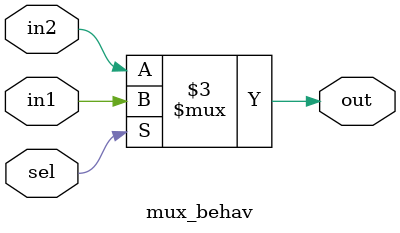
<source format=v>
module mux_behav(out, in1,in2,sel );  //you list all inputs and outputs, by convention outputs go first
output out;                          // this tells the compile which lines are inputs and outputs 
input in1,in2,sel;
reg out;
always@(in1 or in2 or sel)
begin
	if (sel) 
out =in1;
           else	
	out=in2;
end

endmodule

</source>
